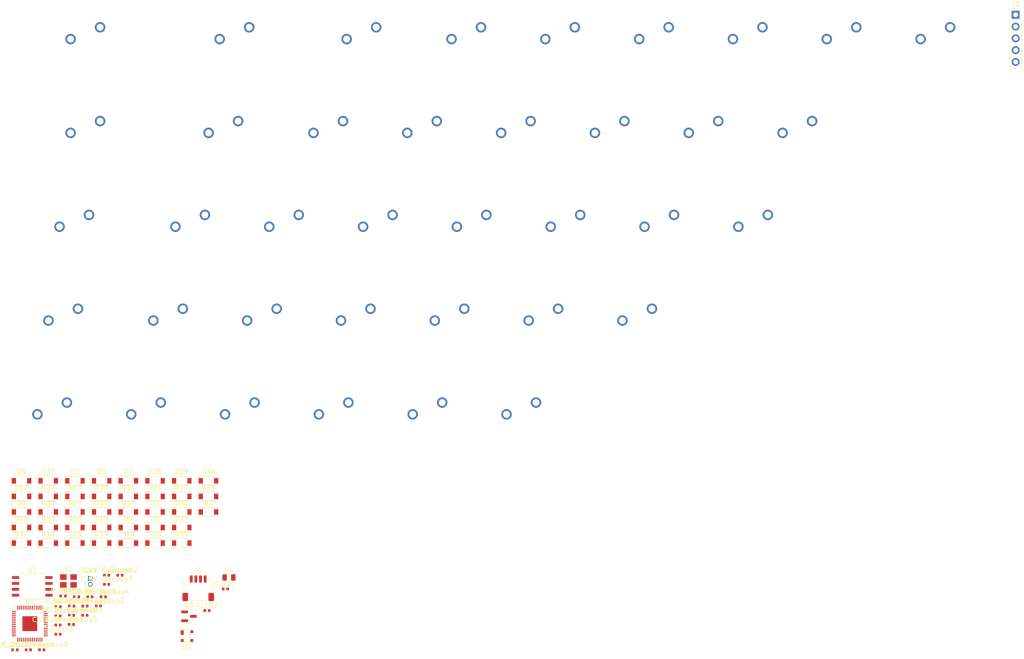
<source format=kicad_pcb>
(kicad_pcb (version 20211014) (generator pcbnew)
  (layers (0 "F.Cu" signal) (31 "B.Cu" signal) (34 "B.Paste" user) (35 "F.Paste" user) (36 "B.SilkS" user "B.Silkscreen") (37 "F.SilkS" user "F.Silkscreen") (38 "B.Mask" user) (39 "F.Mask" user) (44 "Edge.Cuts" user))
  (net 0 "")
  (net 1 "+1V1")
  (net 2 "GND")
  (net 3 "+3V3")
  (net 4 "XTAL_IN")
  (net 5 "Net-(C_Crystal2-Pad2)")
  (net 6 "+5V")
  (net 7 "row0")
  (net 8 "Net-(D1-Pad2)")
  (net 9 "row1")
  (net 10 "Net-(D2-Pad2)")
  (net 11 "row2")
  (net 12 "Net-(D3-Pad2)")
  (net 13 "row3")
  (net 14 "Net-(D4-Pad2)")
  (net 15 "Net-(D5-Pad2)")
  (net 16 "Net-(D6-Pad2)")
  (net 17 "Net-(D7-Pad2)")
  (net 18 "Net-(D8-Pad2)")
  (net 19 "Net-(D9-Pad2)")
  (net 20 "Net-(D10-Pad2)")
  (net 21 "Net-(D11-Pad2)")
  (net 22 "Net-(D12-Pad2)")
  (net 23 "Net-(D13-Pad2)")
  (net 24 "Net-(D14-Pad2)")
  (net 25 "Net-(D15-Pad2)")
  (net 26 "Net-(D16-Pad2)")
  (net 27 "Net-(D17-Pad2)")
  (net 28 "Net-(D18-Pad2)")
  (net 29 "Net-(D19-Pad2)")
  (net 30 "Net-(D20-Pad2)")
  (net 31 "Net-(D21-Pad2)")
  (net 32 "Net-(D22-Pad2)")
  (net 33 "Net-(D23-Pad2)")
  (net 34 "Net-(D24-Pad2)")
  (net 35 "Net-(D25-Pad2)")
  (net 36 "Net-(D26-Pad2)")
  (net 37 "Net-(D27-Pad2)")
  (net 38 "Net-(D28-Pad2)")
  (net 39 "Net-(D29-Pad2)")
  (net 40 "Net-(D30-Pad2)")
  (net 41 "Net-(D31-Pad2)")
  (net 42 "Net-(D32-Pad2)")
  (net 43 "Net-(D33-Pad2)")
  (net 44 "Net-(D34-Pad2)")
  (net 45 "Net-(D35-Pad2)")
  (net 46 "Net-(D36-Pad2)")
  (net 47 "Net-(D37-Pad2)")
  (net 48 "Net-(D38-Pad2)")
  (net 49 "VCC")
  (net 50 "D-")
  (net 51 "D+")
  (net 52 "RESET")
  (net 53 "SWDIO")
  (net 54 "SWCLK")
  (net 55 "col0")
  (net 56 "col1")
  (net 57 "col2")
  (net 58 "col3")
  (net 59 "col4")
  (net 60 "col5")
  (net 61 "col6")
  (net 62 "col7")
  (net 63 "col8")
  (net 64 "col9")
  (net 65 "XTAL_OUT")
  (net 66 "Net-(R_DATA1-Pad2)")
  (net 67 "Net-(R_DATA2-Pad2)")
  (net 68 "Net-(R_Flash1-Pad1)")
  (net 69 "CS")
  (net 86 "SD3")
  (net 87 "QSPI_CLK")
  (net 88 "SD0")
  (net 89 "SD2")
  (net 90 "SD1")
  (footprint "MX_Only:MXOnly-1.5U-NoLED" (layer "F.Cu") (at 52.0975 90.065)
    (fp_text reference "MX35")
    (fp_text value "MX-NoLED")
    (pad "" np_thru_hole circle locked (at 5.08 0 48.0996) (size 1.75 1.75) (drill 1.75) (layers *.Cu *.Mask))
    (pad "" np_thru_hole circle locked (at -5.08 0 48.0996) (size 1.75 1.75) (drill 1.75) (layers *.Cu *.Mask))
    (pad "" np_thru_hole circle locked (at 0 0) (size 3.9878 3.9878) (drill 3.9878) (layers *.Cu *.Mask))
    (pad "1" thru_hole circle locked (at -3.81 -2.54) (size 2.25 2.25) (drill 1.47) (layers *.Cu "B.Mask") (net 64 "col9"))
    (pad "2" thru_hole circle locked (at 2.54 -5.08) (size 2.25 2.25) (drill 1.47) (layers *.Cu "B.Mask") (net 45 "Net-(D35-Pad2)"))
  )
  (footprint "Capacitor_SMD:C_0402_1005Metric" (layer "F.Cu") (at 53.78 169.2)
    (fp_text reference "C_1V-Decoup2" (at 0 -1.16) (layer "F.SilkS"))
    (fp_text value ".1u")
    (pad "1" smd roundrect (at -0.48 0) (size 0.56 0.62) (layers "F.Cu" "F.Paste" "F.Mask") (net 1 "+1V1"))
    (pad "2" smd roundrect (at 0.48 0) (size 0.56 0.62) (layers "F.Cu" "F.Paste" "F.Mask") (net 2 "GND"))
  )
  (footprint "MX_Only:MXOnly-1U-NoLED" (layer "F.Cu") (at 176.895 49.665)
    (fp_text reference "MX1")
    (fp_text value "MX-NoLED")
    (pad "" np_thru_hole circle locked (at 0 0) (size 3.9878 3.9878) (drill 3.9878) (layers *.Cu *.Mask))
    (pad "" np_thru_hole circle locked (at -5.08 0 48.0996) (size 1.75 1.75) (drill 1.75) (layers *.Cu *.Mask))
    (pad "" np_thru_hole circle locked (at 5.08 0 48.0996) (size 1.75 1.75) (drill 1.75) (layers *.Cu *.Mask))
    (pad "1" thru_hole circle locked (at -3.81 -2.54) (size 2.25 2.25) (drill 1.47) (layers *.Cu "B.Mask") (net 55 "col0"))
    (pad "2" thru_hole circle locked (at 2.54 -5.08) (size 2.25 2.25) (drill 1.47) (layers *.Cu "B.Mask") (net 8 "Net-(D1-Pad2)"))
  )
  (footprint "Diode_SMD:D_SOD-123" (layer "F.Cu") (at 40.11 148.94)
    (fp_text reference "D6" (at 0 -2) (layer "F.SilkS"))
    (fp_text value "D_Small")
    (pad "1" smd rect (at -1.65 0) (size 0.9 1.2) (layers "F.Cu" "F.Paste" "F.Mask") (net 9 "row1"))
    (pad "2" smd rect (at 1.65 0) (size 0.9 1.2) (layers "F.Cu" "F.Paste" "F.Mask") (net 16 "Net-(D6-Pad2)"))
  )
  (footprint "Diode_SMD:D_SOD-123" (layer "F.Cu") (at 63.11 148.94)
    (fp_text reference "D14" (at 0 -2) (layer "F.SilkS"))
    (fp_text value "D_Small")
    (pad "1" smd rect (at -1.65 0) (size 0.9 1.2) (layers "F.Cu" "F.Paste" "F.Mask") (net 9 "row1"))
    (pad "2" smd rect (at 1.65 0) (size 0.9 1.2) (layers "F.Cu" "F.Paste" "F.Mask") (net 24 "Net-(D14-Pad2)"))
  )
  (footprint "Capacitor_SMD:C_0402_1005Metric" (layer "F.Cu") (at 53.74 171.19)
    (fp_text reference "C_Crystal1" (at 0 -1.16) (layer "F.SilkS"))
    (fp_text value "22pF")
    (pad "1" smd roundrect (at -0.48 0) (size 0.56 0.62) (layers "F.Cu" "F.Paste" "F.Mask") (net 2 "GND"))
    (pad "2" smd roundrect (at 0.48 0) (size 0.56 0.62) (layers "F.Cu" "F.Paste" "F.Mask") (net 4 "XTAL_IN"))
  )
  (footprint "MX_Only:MXOnly-1U-NoLED" (layer "F.Cu") (at 107.935 130.465)
    (fp_text reference "MX22")
    (fp_text value "MX-NoLED")
    (pad "" np_thru_hole circle locked (at -5.08 0 48.0996) (size 1.75 1.75) (drill 1.75) (layers *.Cu *.Mask))
    (pad "" np_thru_hole circle locked (at 5.08 0 48.0996) (size 1.75 1.75) (drill 1.75) (layers *.Cu *.Mask))
    (pad "" np_thru_hole circle locked (at 0 0) (size 3.9878 3.9878) (drill 3.9878) (layers *.Cu *.Mask))
    (pad "1" thru_hole circle locked (at -3.81 -2.54) (size 2.25 2.25) (drill 1.47) (layers *.Cu "B.Mask") (net 60 "col5"))
    (pad "2" thru_hole circle locked (at 2.54 -5.08) (size 2.25 2.25) (drill 1.47) (layers *.Cu "B.Mask") (net 32 "Net-(D22-Pad2)"))
  )
  (footprint "Diode_SMD:D_SOD-123" (layer "F.Cu") (at 40.11 155.64)
    (fp_text reference "D37" (at 0 -2) (layer "F.SilkS"))
    (fp_text value "D_Small")
    (pad "1" smd rect (at -1.65 0) (size 0.9 1.2) (layers "F.Cu" "F.Paste" "F.Mask") (net 11 "row2"))
    (pad "2" smd rect (at 1.65 0) (size 0.9 1.2) (layers "F.Cu" "F.Paste" "F.Mask") (net 47 "Net-(D37-Pad2)"))
  )
  (footprint "Resistor_SMD:R_0402_1005Metric" (layer "F.Cu") (at 50.89 169.21)
    (fp_text reference "R_Crystal1" (at 0 -1.17) (layer "F.SilkS"))
    (fp_text value "1k")
    (pad "1" smd roundrect (at -0.51 0) (size 0.54 0.64) (layers "F.Cu" "F.Paste" "F.Mask") (net 5 "Net-(C_Crystal2-Pad2)"))
    (pad "2" smd roundrect (at 0.51 0) (size 0.54 0.64) (layers "F.Cu" "F.Paste" "F.Mask") (net 65 "XTAL_OUT"))
  )
  (footprint "MX_Only:MXOnly-1U-NoLED" (layer "F.Cu") (at 77.055 90.065)
    (fp_text reference "MX17")
    (fp_text value "MX-NoLED")
    (pad "" np_thru_hole circle locked (at 0 0) (size 3.9878 3.9878) (drill 3.9878) (layers *.Cu *.Mask))
    (pad "" np_thru_hole circle locked (at 5.08 0 48.0996) (size 1.75 1.75) (drill 1.75) (layers *.Cu *.Mask))
    (pad "" np_thru_hole circle locked (at -5.08 0 48.0996) (size 1.75 1.75) (drill 1.75) (layers *.Cu *.Mask))
    (pad "1" thru_hole circle locked (at -3.81 -2.54) (size 2.25 2.25) (drill 1.47) (layers *.Cu "B.Mask") (net 59 "col4"))
    (pad "2" thru_hole circle locked (at 2.54 -5.08) (size 2.25 2.25) (drill 1.47) (layers *.Cu "B.Mask") (net 27 "Net-(D17-Pad2)"))
  )
  (footprint "MX_Only:MXOnly-1.25U-NoLED" (layer "F.Cu") (at 49.71625 110.265)
    (fp_text reference "MX2")
    (fp_text value "MX-NoLED")
    (pad "" np_thru_hole circle locked (at 0 0) (size 3.9878 3.9878) (drill 3.9878) (layers *.Cu *.Mask))
    (pad "" np_thru_hole circle locked (at 5.08 0 48.0996) (size 1.75 1.75) (drill 1.75) (layers *.Cu *.Mask))
    (pad "" np_thru_hole circle locked (at -5.08 0 48.0996) (size 1.75 1.75) (drill 1.75) (layers *.Cu *.Mask))
    (pad "1" thru_hole circle locked (at -3.81 -2.54) (size 2.25 2.25) (drill 1.47) (layers *.Cu "B.Mask") (net 55 "col0"))
    (pad "2" thru_hole circle locked (at 2.54 -5.08) (size 2.25 2.25) (drill 1.47) (layers *.Cu "B.Mask") (net 10 "Net-(D2-Pad2)"))
  )
  (footprint "MX_Only:MXOnly-1U-NoLED" (layer "F.Cu") (at 97.255 90.065)
    (fp_text reference "MX11")
    (fp_text value "MX-NoLED")
    (pad "" np_thru_hole circle locked (at 5.08 0 48.0996) (size 1.75 1.75) (drill 1.75) (layers *.Cu *.Mask))
    (pad "" np_thru_hole circle locked (at -5.08 0 48.0996) (size 1.75 1.75) (drill 1.75) (layers *.Cu *.Mask))
    (pad "" np_thru_hole circle locked (at 0 0) (size 3.9878 3.9878) (drill 3.9878) (layers *.Cu *.Mask))
    (pad "1" thru_hole circle locked (at -3.81 -2.54) (size 2.25 2.25) (drill 1.47) (layers *.Cu "B.Mask") (net 57 "col2"))
    (pad "2" thru_hole circle locked (at 2.54 -5.08) (size 2.25 2.25) (drill 1.47) (layers *.Cu "B.Mask") (net 21 "Net-(D11-Pad2)"))
  )
  (footprint "MX_Only:MXOnly-1U-NoLED" (layer "F.Cu") (at 47.335 130.465)
    (fp_text reference "MX10")
    (fp_text value "MX-NoLED")
    (pad "" np_thru_hole circle locked (at 0 0) (size 3.9878 3.9878) (drill 3.9878) (layers *.Cu *.Mask))
    (pad "" np_thru_hole circle locked (at -5.08 0 48.0996) (size 1.75 1.75) (drill 1.75) (layers *.Cu *.Mask))
    (pad "" np_thru_hole circle locked (at 5.08 0 48.0996) (size 1.75 1.75) (drill 1.75) (layers *.Cu *.Mask))
    (pad "1" thru_hole circle locked (at -3.81 -2.54) (size 2.25 2.25) (drill 1.47) (layers *.Cu "B.Mask") (net 57 "col2"))
    (pad "2" thru_hole circle locked (at 2.54 -5.08) (size 2.25 2.25) (drill 1.47) (layers *.Cu "B.Mask") (net 20 "Net-(D10-Pad2)"))
  )
  (footprint "MX_Only:MXOnly-1U-NoLED" (layer "F.Cu") (at 137.655 90.065)
    (fp_text reference "MX18")
    (fp_text value "MX-NoLED")
    (pad "" np_thru_hole circle locked (at -5.08 0 48.0996) (size 1.75 1.75) (drill 1.75) (layers *.Cu *.Mask))
    (pad "" np_thru_hole circle locked (at 0 0) (size 3.9878 3.9878) (drill 3.9878) (layers *.Cu *.Mask))
    (pad "" np_thru_hole circle locked (at 5.08 0 48.0996) (size 1.75 1.75) (drill 1.75) (layers *.Cu *.Mask))
    (pad "1" thru_hole circle locked (at -3.81 -2.54) (size 2.25 2.25) (drill 1.47) (layers *.Cu "B.Mask") (net 59 "col4"))
    (pad "2" thru_hole circle locked (at 2.54 -5.08) (size 2.25 2.25) (drill 1.47) (layers *.Cu "B.Mask") (net 28 "Net-(D18-Pad2)"))
  )
  (footprint "Diode_SMD:D_SOD-123" (layer "F.Cu") (at 74.61 145.59)
    (fp_text reference "D17" (at 0 -2) (layer "F.SilkS"))
    (fp_text value "D_Small")
    (pad "1" smd rect (at -1.65 0) (size 0.9 1.2) (layers "F.Cu" "F.Paste" "F.Mask") (net 9 "row1"))
    (pad "2" smd rect (at 1.65 0) (size 0.9 1.2) (layers "F.Cu" "F.Paste" "F.Mask") (net 27 "Net-(D17-Pad2)"))
  )
  (footprint "MX_Only:MXOnly-1U-NoLED" (layer "F.Cu") (at 106.775 69.865)
    (fp_text reference "MX30")
    (fp_text value "MX-NoLED")
    (pad "" np_thru_hole circle locked (at 5.08 0 48.0996) (size 1.75 1.75) (drill 1.75) (layers *.Cu *.Mask))
    (pad "" np_thru_hole circle locked (at 0 0) (size 3.9878 3.9878) (drill 3.9878) (layers *.Cu *.Mask))
    (pad "" np_thru_hole circle locked (at -5.08 0 48.0996) (size 1.75 1.75) (drill 1.75) (layers *.Cu *.Mask))
    (pad "1" thru_hole circle locked (at -3.81 -2.54) (size 2.25 2.25) (drill 1.47) (layers *.Cu "B.Mask") (net 62 "col7"))
    (pad "2" thru_hole circle locked (at 2.54 -5.08) (size 2.25 2.25) (drill 1.47) (layers *.Cu "B.Mask") (net 40 "Net-(D30-Pad2)"))
  )
  (footprint "Resistor_SMD:R_0402_1005Metric" (layer "F.Cu") (at 51.95 167.22)
    (fp_text reference "R_Flash1" (at 0 -1.17) (layer "F.SilkS"))
    (fp_text value "1k")
    (pad "1" smd roundrect (at -0.51 0) (size 0.54 0.64) (layers "F.Cu" "F.Paste" "F.Mask") (net 68 "Net-(R_Flash1-Pad1)"))
    (pad "2" smd roundrect (at 0.51 0) (size 0.54 0.64) (layers "F.Cu" "F.Paste" "F.Mask") (net 69 "CS"))
  )
  (footprint "Connector_PinHeader_1.27mm:PinHeader_1x02_P1.27mm_Vertical" (layer "F.Cu") (at 54.91 163.25)
    (fp_text reference "SW1" (at 0 -1.695) (layer "F.SilkS"))
    (fp_text value "Reset")
    (pad "1" thru_hole rect (at 0 0) (size 1 1) (drill 0.65) (layers *.Cu *.Mask) (net 2 "GND"))
    (pad "2" thru_hole oval (at 0 1.27) (size 1 1) (drill 0.65) (layers *.Cu *.Mask) (net 68 "Net-(R_Flash1-Pad1)"))
  )
  (footprint "Diode_SMD:D_SOD-123" (layer "F.Cu") (at 68.86 152.29)
    (fp_text reference "D8" (at 0 -2) (layer "F.SilkS"))
    (fp_text value "D_Small")
    (pad "1" smd rect (at -1.65 0) (size 0.9 1.2) (layers "F.Cu" "F.Paste" "F.Mask") (net 13 "row3"))
    (pad "2" smd rect (at 1.65 0) (size 0.9 1.2) (layers "F.Cu" "F.Paste" "F.Mask") (net 18 "Net-(D8-Pad2)"))
  )
  (footprint "Diode_SMD:D_SOD-123" (layer "F.Cu") (at 68.86 155.64)
    (fp_text reference "D20" (at 0 -2) (layer "F.SilkS"))
    (fp_text value "D_Small")
    (pad "1" smd rect (at -1.65 0) (size 0.9 1.2) (layers "F.Cu" "F.Paste" "F.Mask") (net 7 "row0"))
    (pad "2" smd rect (at 1.65 0) (size 0.9 1.2) (layers "F.Cu" "F.Paste" "F.Mask") (net 30 "Net-(D20-Pad2)"))
  )
  (footprint "Diode_SMD:D_SOD-123" (layer "F.Cu") (at 57.36 152.29)
    (fp_text reference "D15" (at 0 -2) (layer "F.SilkS"))
    (fp_text value "D_Small")
    (pad "1" smd rect (at -1.65 0) (size 0.9 1.2) (layers "F.Cu" "F.Paste" "F.Mask") (net 11 "row2"))
    (pad "2" smd rect (at 1.65 0) (size 0.9 1.2) (layers "F.Cu" "F.Paste" "F.Mask") (net 25 "Net-(D15-Pad2)"))
  )
  (footprint "MX_Only:MXOnly-1.25U-NoLED" (layer "F.Cu") (at 113.91625 49.665)
    (fp_text reference "MX12")
    (fp_text value "MX-NoLED")
    (pad "" np_thru_hole circle locked (at 0 0) (size 3.9878 3.9878) (drill 3.9878) (layers *.Cu *.Mask))
    (pad "" np_thru_hole circle locked (at -5.08 0 48.0996) (size 1.75 1.75) (drill 1.75) (layers *.Cu *.Mask))
    (pad "" np_thru_hole circle locked (at 5.08 0 48.0996) (size 1.75 1.75) (drill 1.75) (layers *.Cu *.Mask))
    (pad "1" thru_hole circle locked (at -3.81 -2.54) (size 2.25 2.25) (drill 1.47) (layers *.Cu "B.Mask") (net 57 "col2"))
    (pad "2" thru_hole circle locked (at 2.54 -5.08) (size 2.25 2.25) (drill 1.47) (layers *.Cu "B.Mask") (net 22 "Net-(D12-Pad2)"))
  )
  (footprint "Diode_SMD:D_SOD-123" (layer "F.Cu") (at 45.86 142.24)
    (fp_text reference "D31" (at 0 -2) (layer "F.SilkS"))
    (fp_text value "D_Small")
    (pad "1" smd rect (at -1.65 0) (size 0.9 1.2) (layers "F.Cu" "F.Paste" "F.Mask") (net 7 "row0"))
    (pad "2" smd rect (at 1.65 0) (size 0.9 1.2) (layers "F.Cu" "F.Paste" "F.Mask") (net 41 "Net-(D31-Pad2)"))
  )
  (footprint "Capacitor_SMD:C_0402_1005Metric" (layer "F.Cu") (at 56.65 169.18)
    (fp_text reference "C_3V-Decoup2" (at 0 -1.16) (layer "F.SilkS"))
    (fp_text value "1u")
    (pad "1" smd roundrect (at -0.48 0) (size 0.56 0.62) (layers "F.Cu" "F.Paste" "F.Mask") (net 3 "+3V3"))
    (pad "2" smd roundrect (at 0.48 0) (size 0.56 0.62) (layers "F.Cu" "F.Paste" "F.Mask") (net 2 "GND"))
  )
  (footprint "MX_Only:MXOnly-1.25U-NoLED" (layer "F.Cu") (at 84.19625 69.865)
    (fp_text reference "MX4")
    (fp_text value "MX-NoLED")
    (pad "" np_thru_hole circle locked (at 0 0) (size 3.9878 3.9878) (drill 3.9878) (layers *.Cu *.Mask))
    (pad "" np_thru_hole circle locked (at 5.08 0 48.0996) (size 1.75 1.75) (drill 1.75) (layers *.Cu *.Mask))
    (pad "" np_thru_hole circle locked (at -5.08 0 48.0996) (size 1.75 1.75) (drill 1.75) (layers *.Cu *.Mask))
    (pad "1" thru_hole circle locked (at -3.81 -2.54) (size 2.25 2.25) (drill 1.47) (layers *.Cu "B.Mask") (net 55 "col0"))
    (pad "2" thru_hole circle locked (at 2.54 -5.08) (size 2.25 2.25) (drill 1.47) (layers *.Cu "B.Mask") (net 14 "Net-(D4-Pad2)"))
  )
  (footprint "Diode_SMD:D_SOD-123" (layer "F.Cu") (at 51.61 145.59)
    (fp_text reference "D13" (at 0 -2) (layer "F.SilkS"))
    (fp_text value "D_Small")
    (pad "1" smd rect (at -1.65 0) (size 0.9 1.2) (layers "F.Cu" "F.Paste" "F.Mask") (net 7 "row0"))
    (pad "2" smd rect (at 1.65 0) (size 0.9 1.2) (layers "F.Cu" "F.Paste" "F.Mask") (net 23 "Net-(D13-Pad2)"))
  )
  (footprint "Diode_SMD:D_SOD-123" (layer "F.Cu") (at 45.86 152.29)
    (fp_text reference "D23" (at 0 -2) (layer "F.SilkS"))
    (fp_text value "D_Small")
    (pad "1" smd rect (at -1.65 0) (size 0.9 1.2) (layers "F.Cu" "F.Paste" "F.Mask") (net 13 "row3"))
    (pad "2" smd rect (at 1.65 0) (size 0.9 1.2) (layers "F.Cu" "F.Paste" "F.Mask") (net 33 "Net-(D23-Pad2)"))
  )
  (footprint "MX_Only:MXOnly-1U-NoLED" (layer "F.Cu") (at 136.495 49.665)
    (fp_text reference "MX33")
    (fp_text value "MX-NoLED")
    (pad "" np_thru_hole circle locked (at 0 0) (size 3.9878 3.9878) (drill 3.9878) (layers *.Cu *.Mask))
    (pad "" np_thru_hole circle locked (at 5.08 0 48.0996) (size 1.75 1.75) (drill 1.75) (layers *.Cu *.Mask))
    (pad "" np_thru_hole circle locked (at -5.08 0 48.0996) (size 1.75 1.75) (drill 1.75) (layers *.Cu *.Mask))
    (pad "1" thru_hole circle locked (at -3.81 -2.54) (size 2.25 2.25) (drill 1.47) (layers *.Cu "B.Mask") (net 63 "col8"))
    (pad "2" thru_hole circle locked (at 2.54 -5.08) (size 2.25 2.25) (drill 1.47) (layers *.Cu "B.Mask") (net 43 "Net-(D33-Pad2)"))
  )
  (footprint "Capacitor_SMD:C_0402_1005Metric" (layer "F.Cu") (at 47.96 171.32)
    (fp_text reference "C_3V-Decoup7" (at 0 -1.16) (layer "F.SilkS"))
    (fp_text value ".1u")
    (pad "1" smd roundrect (at -0.48 0) (size 0.56 0.62) (layers "F.Cu" "F.Paste" "F.Mask") (net 3 "+3V3"))
    (pad "2" smd roundrect (at 0.48 0) (size 0.56 0.62) (layers "F.Cu" "F.Paste" "F.Mask") (net 2 "GND"))
  )
  (footprint "Diode_SMD:D_SOD-123" (layer "F.Cu") (at 74.61 148.94)
    (fp_text reference "D32" (at 0 -2) (layer "F.SilkS"))
    (fp_text value "D_Small")
    (pad "1" smd rect (at -1.65 0) (size 0.9 1.2) (layers "F.Cu" "F.Paste" "F.Mask") (net 9 "row1"))
    (pad "2" smd rect (at 1.65 0) (size 0.9 1.2) (layers "F.Cu" "F.Paste" "F.Mask") (net 42 "Net-(D32-Pad2)"))
  )
  (footprint "Diode_SMD:D_SOD-123" (layer "F.Cu") (at 40.11 142.24)
    (fp_text reference "D4" (at 0 -2) (layer "F.SilkS"))
    (fp_text value "D_Small")
    (pad "1" smd rect (at -1.65 0) (size 0.9 1.2) (layers "F.Cu" "F.Paste" "F.Mask") (net 13 "row3"))
    (pad "2" smd rect (at 1.65 0) (size 0.9 1.2) (layers "F.Cu" "F.Paste" "F.Mask") (net 14 "Net-(D4-Pad2)"))
  )
  (footprint "MX_Only:MXOnly-1U-NoLED" (layer "F.Cu") (at 198.255 90.065)
    (fp_text reference "MX13")
    (fp_text value "MX-NoLED")
    (pad "" np_thru_hole circle locked (at 0 0) (size 3.9878 3.9878) (drill 3.9878) (layers *.Cu *.Mask))
    (pad "" np_thru_hole circle locked (at -5.08 0 48.0996) (size 1.75 1.75) (drill 1.75) (layers *.Cu *.Mask))
    (pad "" np_thru_hole circle locked (at 5.08 0 48.0996) (size 1.75 1.75) (drill 1.75) (layers *.Cu *.Mask))
    (pad "1" thru_hole circle locked (at -3.81 -2.54) (size 2.25 2.25) (drill 1.47) (layers *.Cu "B.Mask") (net 58 "col3"))
    (pad "2" thru_hole circle locked (at 2.54 -5.08) (size 2.25 2.25) (drill 1.47) (layers *.Cu "B.Mask") (net 23 "Net-(D13-Pad2)"))
  )
  (footprint "Capacitor_SMD:C_0402_1005Metric" (layer "F.Cu") (at 54.84 167.21)
    (fp_text reference "C_3V-Decoup9" (at 0 -1.16) (layer "F.SilkS"))
    (fp_text value ".1u")
    (pad "1" smd roundrect (at -0.48 0) (size 0.56 0.62) (layers "F.Cu" "F.Paste" "F.Mask") (net 3 "+3V3"))
    (pad "2" smd roundrect (at 0.48 0) (size 0.56 0.62) (layers "F.Cu" "F.Paste" "F.Mask") (net 2 "GND"))
  )
  (footprint "Capacitor_SMD:C_0402_1005Metric" (layer "F.Cu") (at 57.71 167.21)
    (fp_text reference "C_3V-Decoup4" (at 0 -1.16) (layer "F.SilkS"))
    (fp_text value ".1u")
    (pad "1" smd roundrect (at -0.48 0) (size 0.56 0.62) (layers "F.Cu" "F.Paste" "F.Mask") (net 3 "+3V3"))
    (pad "2" smd roundrect (at 0.48 0) (size 0.56 0.62) (layers "F.Cu" "F.Paste" "F.Mask") (net 2 "GND"))
  )
  (footprint "Diode_SMD:D_SOD-123" (layer "F.Cu") (at 68.86 142.24)
    (fp_text reference "D26" (at 0 -2) (layer "F.SilkS"))
    (fp_text value "D_Small")
    (pad "1" smd rect (at -1.65 0) (size 0.9 1.2) (layers "F.Cu" "F.Paste" "F.Mask") (net 11 "row2"))
    (pad "2" smd rect (at 1.65 0) (size 0.9 1.2) (layers "F.Cu" "F.Paste" "F.Mask") (net 36 "Net-(D26-Pad2)"))
  )
  (footprint "MX_Only:MXOnly-1U-NoLED" (layer "F.Cu") (at 153.095 110.265)
    (fp_text reference "MX29")
    (fp_text value "MX-NoLED")
    (pad "" np_thru_hole circle locked (at 5.08 0 48.0996) (size 1.75 1.75) (drill 1.75) (layers *.Cu *.Mask))
    (pad "" np_thru_hole circle locked (at -5.08 0 48.0996) (size 1.75 1.75) (drill 1.75) (layers *.Cu *.Mask))
    (pad "" np_thru_hole circle locked (at 0 0) (size 3.9878 3.9878) (drill 3.9878) (layers *.Cu *.Mask))
    (pad "1" thru_hole circle locked (at -3.81 -2.54) (size 2.25 2.25) (drill 1.47) (layers *.Cu "B.Mask") (net 62 "col7"))
    (pad "2" thru_hole circle locked (at 2.54 -5.08) (size 2.25 2.25) (drill 1.47) (layers *.Cu "B.Mask") (net 39 "Net-(D29-Pad2)"))
  )
  (footprint "Diode_SMD:D_SOD-123" (layer "F.Cu") (at 40.11 152.29)
    (fp_text reference "D28" (at 0 -2) (layer "F.SilkS"))
    (fp_text value "D_Small")
    (pad "1" smd rect (at -1.65 0) (size 0.9 1.2) (layers "F.Cu" "F.Paste" "F.Mask") (net 9 "row1"))
    (pad "2" smd rect (at 1.65 0) (size 0.9 1.2) (layers "F.Cu" "F.Paste" "F.Mask") (net 38 "Net-(D28-Pad2)"))
  )
  (footprint "MX_Only:MXOnly-1U-NoLED" (layer "F.Cu") (at 126.975 69.865)
    (fp_text reference "MX15")
    (fp_text value "MX-NoLED")
    (pad "" np_thru_hole circle locked (at 5.08 0 48.0996) (size 1.75 1.75) (drill 1.75) (layers *.Cu *.Mask))
    (pad "" np_thru_hole circle locked (at -5.08 0 48.0996) (size 1.75 1.75) (drill 1.75) (layers *.Cu *.Mask))
    (pad "" np_thru_hole circle locked (at 0 0) (size 3.9878 3.9878) (drill 3.9878) (layers *.Cu *.Mask))
    (pad "1" thru_hole circle locked (at -3.81 -2.54) (size 2.25 2.25) (drill 1.47) (layers *.Cu "B.Mask") (net 58 "col3"))
    (pad "2" thru_hole circle locked (at 2.54 -5.08) (size 2.25 2.25) (drill 1.47) (layers *.Cu "B.Mask") (net 25 "Net-(D15-Pad2)"))
  )
  (footprint "Resistor_SMD:R_0402_1005Metric" (layer "F.Cu") (at 38.69 178.63)
    (fp_text reference "R_DATA1" (at 0 -1.17) (layer "F.SilkS"))
    (fp_text value "27")
    (pad "1" smd roundrect (at -0.51 0) (size 0.54 0.64) (layers "F.Cu" "F.Paste" "F.Mask") (net 51 "D+"))
    (pad "2" smd roundrect (at 0.51 0) (size 0.54 0.64) (layers "F.Cu" "F.Paste" "F.Mask") (net 66 "Net-(R_DATA1-Pad2)"))
  )
  (footprint "MX_Only:MXOnly-1U-NoLED" (layer "F.Cu") (at 173.295 110.265)
    (fp_text reference "MX14")
    (fp_text value "MX-NoLED")
    (pad "" np_thru_hole circle locked (at -5.08 0 48.0996) (size 1.75 1.75) (drill 1.75) (layers *.Cu *.Mask))
    (pad "" np_thru_hole circle locked (at 0 0) (size 3.9878 3.9878) (drill 3.9878) (layers *.Cu *.Mask))
    (pad "" np_thru_hole circle locked (at 5.08 0 48.0996) (size 1.75 1.75) (drill 1.75) (layers *.Cu *.Mask))
    (pad "1" thru_hole circle locked (at -3.81 -2.54) (size 2.25 2.25) (drill 1.47) (layers *.Cu "B.Mask") (net 58 "col3"))
    (pad "2" thru_hole circle locked (at 2.54 -5.08) (size 2.25 2.25) (drill 1.47) (layers *.Cu "B.Mask") (net 24 "Net-(D14-Pad2)"))
  )
  (footprint "MX_Only:MXOnly-1U-NoLED" (layer "F.Cu") (at 87.735 130.465)
    (fp_text reference "MX16")
    (fp_text value "MX-NoLED")
    (pad "" np_thru_hole circle locked (at 0 0) (size 3.9878 3.9878) (drill 3.9878) (layers *.Cu *.Mask))
    (pad "" np_thru_hole circle locked (at -5.08 0 48.0996) (size 1.75 1.75) (drill 1.75) (layers *.Cu *.Mask))
    (pad "" np_thru_hole circle locked (at 5.08 0 48.0996) (size 1.75 1.75) (drill 1.75) (layers *.Cu *.Mask))
    (pad "1" thru_hole circle locked (at -3.81 -2.54) (size 2.25 2.25) (drill 1.47) (layers *.Cu "B.Mask") (net 59 "col4"))
    (pad "2" thru_hole circle locked (at 2.54 -5.08) (size 2.25 2.25) (drill 1.47) (layers *.Cu "B.Mask") (net 26 "Net-(D16-Pad2)"))
  )
  (footprint "MX_Only:MXOnly-1U-NoLED" (layer "F.Cu") (at 92.495 110.265)
    (fp_text reference "MX5")
    (fp_text value "MX-NoLED")
    (pad "" np_thru_hole circle locked (at -5.08 0 48.0996) (size 1.75 1.75) (drill 1.75) (layers *.Cu *.Mask))
    (pad "" np_thru_hole circle locked (at 5.08 0 48.0996) (size 1.75 1.75) (drill 1.75) (layers *.Cu *.Mask))
    (pad "" np_thru_hole circle locked (at 0 0) (size 3.9878 3.9878) (drill 3.9878) (layers *.Cu *.Mask))
    (pad "1" thru_hole circle locked (at -3.81 -2.54) (size 2.25 2.25) (drill 1.47) (layers *.Cu "B.Mask") (net 56 "col1"))
    (pad "2" thru_hole circle locked (at 2.54 -5.08) (size 2.25 2.25) (drill 1.47) (layers *.Cu "B.Mask") (net 15 "Net-(D5-Pad2)"))
  )
  (footprint "Capacitor_SMD:C_0402_1005Metric" (layer "F.Cu") (at 50.87 171.19)
    (fp_text reference "C_3V-Decoup8" (at 0 -1.16) (layer "F.SilkS"))
    (fp_text value ".1u")
    (pad "1" smd roundrect (at -0.48 0) (size 0.56 0.62) (layers "F.Cu" "F.Paste" "F.Mask") (net 3 "+3V3"))
    (pad "2" smd roundrect (at 0.48 0) (size 0.56 0.62) (layers "F.Cu" "F.Paste" "F.Mask") (net 2 "GND"))
  )
  (footprint "MX_Only:MXOnly-1U-NoLED" (layer "F.Cu") (at 197.095 49.665)
    (fp_text reference "MX24")
    (fp_text value "MX-NoLED")
    (pad "" np_thru_hole circle locked (at 0 0) (size 3.9878 3.9878) (drill 3.9878) (layers *.Cu *.Mask))
    (pad "" np_thru_hole circle locked (at 5.08 0 48.0996) (size 1.75 1.75) (drill 1.75) (layers *.Cu *.Mask))
    (pad "" np_thru_hole circle locked (at -5.08 0 48.0996) (size 1.75 1.75) (drill 1.75) (layers *.Cu *.Mask))
    (pad "1" thru_hole circle locked (at -3.81 -2.54) (size 2.25 2.25) (drill 1.47) (layers *.Cu "B.Mask") (net 61 "col6"))
    (pad "2" thru_hole circle locked (at 2.54 -5.08) (size 2.25 2.25) (drill 1.47) (layers *.Cu "B.Mask") (net 34 "Net-(D24-Pad2)"))
  )
  (footprint "Capacitor_SMD:C_0402_1005Metric" (layer "F.Cu") (at 47.96 175.26)
    (fp_text reference "C_Flash1" (at 0 -1.16) (layer "F.SilkS"))
    (fp_text value ".1u")
    (pad "1" smd roundrect (at -0.48 0) (size 0.56 0.62) (layers "F.Cu" "F.Paste" "F.Mask") (net 3 "+3V3"))
    (pad "2" smd roundrect (at 0.48 0) (size 0.56 0.62) (layers "F.Cu" "F.Paste" "F.Mask") (net 2 "GND"))
  )
  (footprint "MX_Only:MXOnly-1U-NoLED" (layer "F.Cu") (at 148.335 130.465)
    (fp_text reference "MX21")
    (fp_text value "MX-NoLED")
    (pad "" np_thru_hole circle locked (at -5.08 0 48.0996) (size 1.75 1.75) (drill 1.75) (layers *.Cu *.Mask))
    (pad "" np_thru_hole circle locked (at 5.08 0 48.0996) (size 1.75 1.75) (drill 1.75) (layers *.Cu *.Mask))
    (pad "" np_thru_hole circle locked (at 0 0) (size 3.9878 3.9878) (drill 3.9878) (layers *.Cu *.Mask))
    (pad "1" thru_hole circle locked (at -3.81 -2.54) (size 2.25 2.25) (drill 1.47) (layers *.Cu "B.Mask") (net 60 "col5"))
    (pad "2" thru_hole circle locked (at 2.54 -5.08) (size 2.25 2.25) (drill 1.47) (layers *.Cu "B.Mask") (net 31 "Net-(D21-Pad2)"))
  )
  (footprint "MX_Only:MXOnly-1U-NoLED" (layer "F.Cu") (at 207.775 69.865)
    (fp_text reference "MX32")
    (fp_text value "MX-NoLED")
    (pad "" np_thru_hole circle locked (at -5.08 0 48.0996) (size 1.75 1.75) (drill 1.75) (layers *.Cu *.Mask))
    (pad "" np_thru_hole circle locked (at 0 0) (size 3.9878 3.9878) (drill 3.9878) (layers *.Cu *.Mask))
    (pad "" np_thru_hole circle locked (at 5.08 0 48.0996) (size 1.75 1.75) (drill 1.75) (layers *.Cu *.Mask))
    (pad "1" thru_hole circle locked (at -3.81 -2.54) (size 2.25 2.25) (drill 1.47) (layers *.Cu "B.Mask") (net 63 "col8"))
    (pad "2" thru_hole circle locked (at 2.54 -5.08) (size 2.25 2.25) (drill 1.47) (layers *.Cu "B.Mask") (net 42 "Net-(D32-Pad2)"))
  )
  (footprint "MX_Only:MXOnly-1U-NoLED" (layer "F.Cu") (at 187.575 69.865)
    (fp_text reference "MX38")
    (fp_text value "MX-NoLED")
    (pad "" np_thru_hole circle locked (at -5.08 0 48.0996) (size 1.75 1.75) (drill 1.75) (layers *.Cu *.Mask))
    (pad "" np_thru_hole circle locked (at 0 0) (size 3.9878 3.9878) (drill 3.9878) (layers *.Cu *.Mask))
    (pad "" np_thru_hole circle locked (at 5.08 0 48.0996) (size 1.75 1.75) (drill 1.75) (layers *.Cu *.Mask))
    (pad "1" thru_hole circle locked (at -3.81 -2.54) (size 2.25 2.25) (drill 1.47) (layers *.Cu "B.Mask") (net 64 "col9"))
    (pad "2" thru_hole circle locked (at 2.54 -5.08) (size 2.25 2.25) (drill 1.47) (layers *.Cu "B.Mask") (net 48 "Net-(D38-Pad2)"))
  )
  (footprint "Diode_SMD:D_SOD-123" (layer "F.Cu") (at 63.11 155.64)
    (fp_text reference "D10" (at 0 -2) (layer "F.SilkS"))
    (fp_text value "D_Small")
    (pad "1" smd rect (at -1.65 0) (size 0.9 1.2) (layers "F.Cu" "F.Paste" "F.Mask") (net 9 "row1"))
    (pad "2" smd rect (at 1.65 0) (size 0.9 1.2) (layers "F.Cu" "F.Paste" "F.Mask") (net 20 "Net-(D10-Pad2)"))
  )
  (footprint "MX_Only:MXOnly-1U-NoLED" (layer "F.Cu") (at 237.495 49.665)
    (fp_text reference "MX20")
    (fp_text value "MX-NoLED")
    (pad "" np_thru_hole circle locked (at 5.08 0 48.0996) (size 1.75 1.75) (drill 1.75) (layers *.Cu *.Mask))
    (pad "" np_thru_hole circle locked (at 0 0) (size 3.9878 3.9878) (drill 3.9878) (layers *.Cu *.Mask))
    (pad "" np_thru_hole circle locked (at -5.08 0 48.0996) (size 1.75 1.75) (drill 1.75) (layers *.Cu *.Mask))
    (pad "1" thru_hole circle locked (at -3.81 -2.54) (size 2.25 2.25) (drill 1.47) (layers *.Cu "B.Mask") (net 60 "col5"))
    (pad "2" thru_hole circle locked (at 2.54 -5.08) (size 2.25 2.25) (drill 1.47) (layers *.Cu "B.Mask") (net 30 "Net-(D20-Pad2)"))
  )
  (footprint "Diode_SMD:D_SOD-123" (layer "F.Cu") (at 74.61 155.64)
    (fp_text reference "D35" (at 0 -2) (layer "F.SilkS"))
    (fp_text value "D_Small")
    (pad "1" smd rect (at -1.65 0) (size 0.9 1.2) (layers "F.Cu" "F.Paste" "F.Mask") (net 7 "row0"))
    (pad "2" smd rect (at 1.65 0) (size 0.9 1.2) (layers "F.Cu" "F.Paste" "F.Mask") (net 45 "Net-(D35-Pad2)"))
  )
  (footprint "MX_Only:MXOnly-1U-NoLED" (layer "F.Cu") (at 112.695 110.265)
    (fp_text reference "MX8")
    (fp_text value "MX-NoLED")
    (pad "" np_thru_hole circle locked (at 0 0) (size 3.9878 3.9878) (drill 3.9878) (layers *.Cu *.Mask))
    (pad "" np_thru_hole circle locked (at -5.08 0 48.0996) (size 1.75 1.75) (drill 1.75) (layers *.Cu *.Mask))
    (pad "" np_thru_hole circle locked (at 5.08 0 48.0996) (size 1.75 1.75) (drill 1.75) (layers *.Cu *.Mask))
    (pad "1" thru_hole circle locked (at -3.81 -2.54) (size 2.25 2.25) (drill 1.47) (layers *.Cu "B.Mask") (net 56 "col1"))
    (pad "2" thru_hole circle locked (at 2.54 -5.08) (size 2.25 2.25) (drill 1.47) (layers *.Cu "B.Mask") (net 18 "Net-(D8-Pad2)"))
  )
  (footprint "MX_Only:MXOnly-1U-NoLED" (layer "F.Cu") (at 178.055 90.065)
    (fp_text reference "MX6")
    (fp_text value "MX-NoLED")
    (pad "" np_thru_hole circle locked (at -5.08 0 48.0996) (size 1.75 1.75) (drill 1.75) (layers *.Cu *.Mask))
    (pad "" np_thru_hole circle locked (at 5.08 0 48.0996) (size 1.75 1.75) (drill 1.75) (layers *.Cu *.Mask))
    (pad "" np_thru_hole circle locked (at 0 0) (size 3.9878 3.9878) (drill 3.9878) (layers *.Cu *.Mask))
    (pad "1" thru_hole circle locked (at -3.81 -2.54) (size 2.25 2.25) (drill 1.47) (layers *.Cu "B.Mask") (net 56 "col1"))
    (pad "2" thru_hole circle locked (at 2.54 -5.08) (size 2.25 2.25) (drill 1.47) (layers *.Cu "B.Mask") (net 16 "Net-(D6-Pad2)"))
  )
  (footprint "Diode_SMD:D_SOD-123" (layer "F.Cu") (at 45.86 148.94)
    (fp_text reference "D38" (at 0 -2) (layer "F.SilkS"))
    (fp_text value "D_Small")
    (pad "1" smd rect (at -1.65 0) (size 0.9 1.2) (layers "F.Cu" "F.Paste" "F.Mask") (net 13 "row3"))
    (pad "2" smd rect (at 1.65 0) (size 0.9 1.2) (layers "F.Cu" "F.Paste" "F.Mask") (net 48 "Net-(D38-Pad2)"))
  )
  (footprint "Diode_SMD:D_SOD-123" (layer "F.Cu") (at 45.86 155.64)
    (fp_text reference "D19" (at 0 -2) (layer "F.SilkS"))
    (fp_text value "D_Small")
    (pad "1" smd rect (at -1.65 0) (size 0.9 1.2) (layers "F.Cu" "F.Paste" "F.Mask") (net 13 "row3"))
    (pad "2" smd rect (at 1.65 0) (size 0.9 1.2) (layers "F.Cu" "F.Paste" "F.Mask") (net 29 "Net-(D19-Pad2)"))
  )
  (footprint "Package_TO_SOT_SMD:SOT-23" (layer "F.Cu") (at 76.16 171.41)
    (fp_text reference "U3" (at 0 -2.4) (layer "F.SilkS"))
    (fp_text value "XC6206PxxxMR")
    (pad "1" smd roundrect (at -0.9375 -0.95) (size 1.475 0.6) (layers "F.Cu" "F.Paste" "F.Mask") (net 2 "GND"))
    (pad "2" smd roundrect (at -0.9375 0.95) (size 1.475 0.6) (layers "F.Cu" "F.Paste" "F.Mask") (net 3 "+3V3"))
    (pad "3" smd roundrect (at 0.9375 0) (size 1.475 0.6) (layers "F.Cu" "F.Paste" "F.Mask") (net 6 "+5V"))
  )
  (footprint "random-keyboard-parts:SOT143B" (layer "F.Cu") (at 75.74 175.66)
    (fp_text reference "U4" (at 0 2.45) (layer "F.SilkS"))
    (fp_text value "PRTR5V0U2X")
    (pad "1" smd rect locked (at -1 -0.75 270) (size 1 0.7) (layers "F.Cu" "F.Paste" "F.Mask") (net 2 "GND"))
    (pad "2" smd rect locked (at -1 0.95 270) (size 0.6 0.7) (layers "F.Cu" "F.Paste" "F.Mask") (net 51 "D+"))
    (pad "3" smd rect locked (at 1 0.95 270) (size 0.6 0.7) (layers "F.Cu" "F.Paste" "F.Mask") (net 50 "D-"))
    (pad "4" smd rect locked (at 1 -0.95 270) (size 0.6 0.7) (layers "F.Cu" "F.Paste" "F.Mask") (net 49 "VCC"))
  )
  (footprint "MX_Only:MXOnly-1U-NoLED" (layer "F.Cu") (at 117.455 90.065)
    (fp_text reference "MX36")
    (fp_text value "MX-NoLED")
    (pad "" np_thru_hole circle locked (at 0 0) (size 3.9878 3.9878) (drill 3.9878) (layers *.Cu *.Mask))
    (pad "" np_thru_hole circle locked (at -5.08 0 48.0996) (size 1.75 1.75) (drill 1.75) (layers *.Cu *.Mask))
    (pad "" np_thru_hole circle locked (at 5.08 0 48.0996) (size 1.75 1.75) (drill 1.75) (layers *.Cu *.Mask))
    (pad "1" thru_hole circle locked (at -3.81 -2.54) (size 2.25 2.25) (drill 1.47) (layers *.Cu "B.Mask") (net 64 "col9"))
    (pad "2" thru_hole circle locked (at 2.54 -5.08) (size 2.25 2.25) (drill 1.47) (layers *.Cu "B.Mask") (net 46 "Net-(D36-Pad2)"))
  )
  (footprint "Fuse:Fuse_0805_2012Metric" (layer "F.Cu") (at 84.77 163.05)
    (fp_text reference "F1" (at 0 -1.65) (layer "F.SilkS"))
    (fp_text value "500mA")
    (pad "1" smd roundrect (at -0.9375 0) (size 0.975 1.4) (layers "F.Cu" "F.Paste" "F.Mask") (net 49 "VCC"))
    (pad "2" smd roundrect (at 0.9375 0) (size 0.975 1.4) (layers "F.Cu" "F.Paste" "F.Mask") (net 6 "+5V"))
  )
  (footprint "Diode_SMD:D_SOD-123" (layer "F.Cu") (at 51.61 155.64)
    (fp_text reference "D25" (at 0 -2) (layer "F.SilkS"))
    (fp_text value "D_Small")
    (pad "1" smd rect (at -1.65 0) (size 0.9 1.2) (layers "F.Cu" "F.Paste" "F.Mask") (net 9 "row1"))
    (pad "2" smd rect (at 1.65 0) (size 0.9 1.2) (layers "F.Cu" "F.Paste" "F.Mask") (net 35 "Net-(D25-Pad2)"))
  )
  (footprint "MX_Only:MXOnly-1U-NoLED" (layer "F.Cu") (at 128.135 130.465)
    (fp_text reference "MX37")
    (fp_text value "MX-NoLED")
    (pad "" np_thru_hole circle locked (at -5.08 0 48.0996) (size 1.75 1.75) (drill 1.75) (layers *.Cu *.Mask))
    (pad "" np_thru_hole circle locked (at 0 0) (size 3.9878 3.9878) (drill 3.9878) (layers *.Cu *.Mask))
    (pad "" np_thru_hole circle locked (at 5.08 0 48.0996) (size 1.75 1.75) (drill 1.75) (layers *.Cu *.Mask))
    (pad "1" thru_hole circle locked (at -3.81 -2.54) (size 2.25 2.25) (drill 1.47) (layers *.Cu "B.Mask") (net 64 "col9"))
    (pad "2" thru_hole circle locked (at 2.54 -5.08) (size 2.25 2.25) (drill 1.47) (layers *.Cu "B.Mask") (net 47 "Net-(D37-Pad2)"))
  )
  (footprint "Diode_SMD:D_SOD-123" (layer "F.Cu") (at 63.11 145.59)
    (fp_text reference "D11" (at 0 -2) (layer "F.SilkS"))
    (fp_text value "D_Small")
    (pad "1" smd rect (at -1.65 0) (size 0.9 1.2) (layers "F.Cu" "F.Paste" "F.Mask") (net 11 "row2"))
    (pad "2" smd rect (at 1.65 0) (size 0.9 1.2) (layers "F.Cu" "F.Paste" "F.Mask") (net 21 "Net-(D11-Pad2)"))
  )
  (footprint "Capacitor_SMD:C_0402_1005Metric" (layer "F.Cu") (at 44.45 178.62)
    (fp_text reference "C_1V-Decoup3" (at 0 -1.16) (layer "F.SilkS"))
    (fp_text value ".1u")
    (pad "1" smd roundrect (at -0.48 0) (size 0.56 0.62) (layers "F.Cu" "F.Paste" "F.Mask") (net 1 "+1V1"))
    (pad "2" smd roundrect (at 0.48 0) (size 0.56 0.62) (layers "F.Cu" "F.Paste" "F.Mask") (net 2 "GND"))
  )
  (footprint "MX_Only:MXOnly-1U-NoLED" (layer "F.Cu") (at 156.695 49.665)
    (fp_text reference "MX26")
    (fp_text value "MX-NoLED")
    (pad "" np_thru_hole circle locked (at -5.08 0 48.0996) (size 1.75 1.75) (drill 1.75) (layers *.Cu *.Mask))
    (pad "" np_thru_hole circle locked (at 5.08 0 48.0996) (size 1.75 1.75) (drill 1.75) (layers *.Cu *.Mask))
    (pad "" np_thru_hole circle locked (at 0 0) (size 3.9878 3.9878) (drill 3.9878) (layers *.Cu *.Mask))
    (pad "1" thru_hole circle locked (at -3.81 -2.54) (size 2.25 2.25) (drill 1.47) (layers *.Cu "B.Mask") (net 61 "col6"))
    (pad "2" thru_hole circle locked (at 2.54 -5.08) (size 2.25 2.25) (drill 1.47) (layers *.Cu "B.Mask") (net 36 "Net-(D26-Pad2)"))
  )
  (footprint "Diode_SMD:D_SOD-123" (layer "F.Cu") (at 74.61 142.24)
    (fp_text reference "D18" (at 0 -2) (layer "F.SilkS"))
    (fp_text value "D_Small")
    (pad "1" smd rect (at -1.65 0) (size 0.9 1.2) (layers "F.Cu" "F.Paste" "F.Mask") (net 11 "row2"))
    (pad "2" smd rect (at 1.65 0) (size 0.9 1.2) (layers "F.Cu" "F.Paste" "F.Mask") (net 28 "Net-(D18-Pad2)"))
  )
  (footprint "MX_Only:MXOnly-1U-NoLED" (layer "F.Cu") (at 167.375 69.865)
    (fp_text reference "MX9")
    (fp_text value "MX-NoLED")
    (pad "" np_thru_hole circle locked (at -5.08 0 48.0996) (size 1.75 1.75) (drill 1.75) (layers *.Cu *.Mask))
    (pad "" np_thru_hole circle locked (at 5.08 0 48.0996) (size 1.75 1.75) (drill 1.75) (layers *.Cu *.Mask))
    (pad "" np_thru_hole circle locked (at 0 0) (size 3.9878 3.9878) (drill 3.9878) (layers *.Cu *.Mask))
    (pad "1" thru_hole circle locked (at -3.81 -2.54) (size 2.25 2.25) (drill 1.47) (layers *.Cu "B.Mask") (net 57 "col2"))
    (pad "2" thru_hole circle locked (at 2.54 -5.08) (size 2.25 2.25) (drill 1.47) (layers *.Cu "B.Mask") (net 19 "Net-(D9-Pad2)"))
  )
  (footprint "Diode_SMD:D_SOD-123" (layer "F.Cu") (at 57.36 155.64)
    (fp_text reference "D34" (at 0 -2) (layer "F.SilkS"))
    (fp_text value "D_Small")
    (pad "1" smd rect (at -1.65 0) (size 0.9 1.2) (layers "F.Cu" "F.Paste" "F.Mask") (net 13 "row3"))
    (pad "2" smd rect (at 1.65 0) (size 0.9 1.2) (layers "F.Cu" "F.Paste" "F.Mask") (net 44 "Net-(D34-Pad2)"))
  )
  (footprint "MX_Only:MXOnly-1.75U-NoLED" (layer "F.Cu") (at 54.47875 49.665)
    (fp_text reference "MX19")
    (fp_text value "MX-NoLED")
    (pad "" np_thru_hole circle locked (at 0 0) (size 3.9878 3.9878) (drill 3.9878) (layers *.Cu *.Mask))
    (pad "" np_thru_hole circle locked (at 5.08 0 48.0996) (size 1.75 1.75) (drill 1.75) (layers *.Cu *.Mask))
    (pad "" np_thru_hole circle locked (at -5.08 0 48.0996) (size 1.75 1.75) (drill 1.75) (layers *.Cu *.Mask))
    (pad "1" thru_hole circle locked (at -3.81 -2.54) (size 2.25 2.25) (drill 1.47) (layers *.Cu "B.Mask") (net 59 "col4"))
    (pad "2" thru_hole circle locked (at 2.54 -5.08) (size 2.25 2.25) (drill 1.47) (layers *.Cu "B.Mask") (net 29 "Net-(D19-Pad2)"))
  )
  (footprint "Diode_SMD:D_SOD-123" (layer "F.Cu") (at 80.36 148.94)
    (fp_text reference "D2" (at 0 -2) (layer "F.SilkS"))
    (fp_text value "D_Small")
    (pad "1" smd rect (at -1.65 0) (size 0.9 1.2) (layers "F.Cu" "F.Paste" "F.Mask") (net 9 "row1"))
    (pad "2" smd rect (at 1.65 0) (size 0.9 1.2) (layers "F.Cu" "F.Paste" "F.Mask") (net 10 "Net-(D2-Pad2)"))
  )
  (footprint "MX_Only:MXOnly-1.75U-NoLED" (layer "F.Cu") (at 54.47875 69.865)
    (fp_text reference "MX23")
    (fp_text value "MX-NoLED")
    (pad "" np_thru_hole circle locked (at 5.08 0 48.0996) (size 1.75 1.75) (drill 1.75) (layers *.Cu *.Mask))
    (pad "" np_thru_hole circle locked (at 0 0) (size 3.9878 3.9878) (drill 3.9878) (layers *.Cu *.Mask))
    (pad "" np_thru_hole circle locked (at -5.08 0 48.0996) (size 1.75 1.75) (drill 1.75) (layers *.Cu *.Mask))
    (pad "1" thru_hole circle locked (at -3.81 -2.54) (size 2.25 2.25) (drill 1.47) (layers *.Cu "B.Mask") (net 60 "col5"))
    (pad "2" thru_hole circle locked (at 2.54 -5.08) (size 2.25 2.25) (drill 1.47) (layers *.Cu "B.Mask") (net 33 "Net-(D23-Pad2)"))
  )
  (footprint "Diode_SMD:D_SOD-123" (layer "F.Cu") (at 68.86 148.94)
    (fp_text reference "D3" (at 0 -2) (layer "F.SilkS"))
    (fp_text value "D_Small")
    (pad "1" smd rect (at -1.65 0) (size 0.9 1.2) (layers "F.Cu" "F.Paste" "F.Mask") (net 11 "row2"))
    (pad "2" smd rect (at 1.65 0) (size 0.9 1.2) (layers "F.Cu" "F.Paste" "F.Mask") (net 12 "Net-(D3-Pad2)"))
  )
  (footprint "Diode_SMD:D_SOD-123" (layer "F.Cu") (at 80.36 145.59)
    (fp_text reference "D29" (at 0 -2) (layer "F.SilkS"))
    (fp_text value "D_Small")
    (pad "1" smd rect (at -1.65 0) (size 0.9 1.2) (layers "F.Cu" "F.Paste" "F.Mask") (net 11 "row2"))
    (pad "2" smd rect (at 1.65 0) (size 0.9 1.2) (layers "F.Cu" "F.Paste" "F.Mask") (net 39 "Net-(D29-Pad2)"))
  )
  (footprint "Diode_SMD:D_SOD-123" (layer "F.Cu") (at 51.61 152.29)
    (fp_text reference "D16" (at 0 -2) (layer "F.SilkS"))
    (fp_text value "D_Small")
    (pad "1" smd rect (at -1.65 0) (size 0.9 1.2) (layers "F.Cu" "F.Paste" "F.Mask") (net 7 "row0"))
    (pad "2" smd rect (at 1.65 0) (size 0.9 1.2) (layers "F.Cu" "F.Paste" "F.Mask") (net 26 "Net-(D16-Pad2)"))
  )
  (footprint "Capacitor_SMD:C_0402_1005Metric" (layer "F.Cu") (at 41.58 178.62)
    (fp_text reference "C_3V-Decoup6" (at 0 -1.16) (layer "F.SilkS"))
    (fp_text value ".1u")
    (pad "1" smd roundrect (at -0.48 0) (size 0.56 0.62) (layers "F.Cu" "F.Paste" "F.Mask") (net 3 "+3V3"))
    (pad "2" smd roundrect (at 0.48 0) (size 0.56 0.62) (layers "F.Cu" "F.Paste" "F.Mask") (net 2 "GND"))
  )
  (footprint "Diode_SMD:D_SOD-123" (layer "F.Cu") (at 57.36 148.94)
    (fp_text reference "D30" (at 0 -2) (layer "F.SilkS"))
    (fp_text value "D_Small")
    (pad "1" smd rect (at -1.65 0) (size 0.9 1.2) (layers "F.Cu" "F.Paste" "F.Mask") (net 13 "row3"))
    (pad "2" smd rect (at 1.65 0) (size 0.9 1.2) (layers "F.Cu" "F.Paste" "F.Mask") (net 40 "Net-(D30-Pad2)"))
  )
  (footprint "Diode_SMD:D_SOD-123" (layer "F.Cu") (at 51.61 142.24)
    (fp_text reference "D1" (at 0 -2) (layer "F.SilkS"))
    (fp_text value "D_Small")
    (pad "1" smd rect (at -1.65 0) (size 0.9 1.2) (layers "F.Cu" "F.Paste" "F.Mask") (net 7 "row0"))
    (pad "2" smd rect (at 1.65 0) (size 0.9 1.2) (layers "F.Cu" "F.Paste" "F.Mask") (net 8 "Net-(D1-Pad2)"))
  )
  (footprint "Capacitor_SMD:C_0402_1005Metric" (layer "F.Cu") (at 47.96 173.29)
    (fp_text reference "C_3V-Decoup1" (at 0 -1.16) (layer "F.SilkS"))
    (fp_text value "10u")
    (pad "1" smd roundrect (at -0.48 0) (size 0.56 0.62) (layers "F.Cu" "F.Paste" "F.Mask") (net 3 "+3V3"))
    (pad "2" smd roundrect (at 0.48 0) (size 0.56 0.62) (layers "F.Cu" "F.Paste" "F.Mask") (net 2 "GND"))
  )
  (footprint "Capacitor_SMD:C_0402_1005Metric" (layer "F.Cu") (at 84 165.51)
    (fp_text reference "C_LD1" (at 0 -1.16) (layer "F.SilkS"))
    (fp_text value "1u")
    (pad "1" smd roundrect (at -0.48 0) (size 0.56 0.62) (layers "F.Cu" "F.Paste" "F.Mask") (net 6 "+5V"))
    (pad "2" smd roundrect (at 0.48 0) (size 0.56 0.62) (layers "F.Cu" "F.Paste" "F.Mask") (net 2 "GND"))
  )
  (footprint "MX_Only:MXOnly-1U-NoLED" (layer "F.Cu") (at 67.535 130.465)
    (fp_text reference "MX7")
    (fp_text value "MX-NoLED")
    (pad "" np_thru_hole circle locked (at 5.08 0 48.0996) (size 1.75 1.75) (drill 1.75) (layers *.Cu *.Mask))
    (pad "" np_thru_hole circle locked (at -5.08 0 48.0996) (size 1.75 1.75) (drill 1.75) (layers *.Cu *.Mask))
    (pad "" np_thru_hole circle locked (at 0 0) (size 3.9878 3.9878) (drill 3.9878) (layers *.Cu *.Mask))
    (pad "1" thru_hole circle locked (at -3.81 -2.54) (size 2.25 2.25) (drill 1.47) (layers *.Cu "B.Mask") (net 56 "col1"))
    (pad "2" thru_hole circle locked (at 2.54 -5.08) (size 2.25 2.25) (drill 1.47) (layers *.Cu "B.Mask") (net 17 "Net-(D7-Pad2)"))
  )
  (footprint "Resistor_SMD:R_0402_1005Metric" (layer "F.Cu") (at 49.04 167.02)
    (fp_text reference "R_RST1" (at 0 -1.17) (layer "F.SilkS"))
    (fp_text value "1k")
    (pad "1" smd roundrect (at -0.51 0) (size 0.54 0.64) (layers "F.Cu" "F.Paste" "F.Mask") (net 3 "+3V3"))
    (pad "2" smd roundrect (at 0.51 0) (size 0.54 0.64) (layers "F.Cu" "F.Paste" "F.Mask") (net 52 "RESET"))
  )
  (footprint "MX_Only:MXOnly-1.5U-NoLED" (layer "F.Cu") (at 86.5775 49.665)
    (fp_text reference "MX3")
    (fp_text value "MX-NoLED")
    (pad "" np_thru_hole circle locked (at 5.08 0 48.0996) (size 1.75 1.75) (drill 1.75) (layers *.Cu *.Mask))
    (pad "" np_thru_hole circle locked (at 0 0) (size 3.9878 3.9878) (drill 3.9878) (layers *.Cu *.Mask))
    (pad "" np_thru_hole circle locked (at -5.08 0 48.0996) (size 1.75 1.75) (drill 1.75) (layers *.Cu *.Mask))
    (pad "1" thru_hole circle locked (at -3.81 -2.54) (size 2.25 2.25) (drill 1.47) (layers *.Cu "B.Mask") (net 55 "col0"))
    (pad "2" thru_hole circle locked (at 2.54 -5.08) (size 2.25 2.25) (drill 1.47) (layers *.Cu "B.Mask") (net 12 "Net-(D3-Pad2)"))
  )
  (footprint "Package_SO:SOIC-8_5.23x5.23mm_P1.27mm" (layer "F.Cu") (at 42.41 164.96)
    (fp_text reference "U2" (at 0 -3.56) (layer "F.SilkS"))
    (fp_text value "W25Q128JVS")
    (pad "1" smd roundrect (at -3.6 -1.905) (size 1.6 0.6) (layers "F.Cu" "F.Paste" "F.Mask") (net 69 "CS"))
    (pad "2" smd roundrect (at -3.6 -0.635) (size 1.6 0.6) (layers "F.Cu" "F.Paste" "F.Mask") (net 90 "SD1"))
    (pad "3" smd roundrect (at -3.6 0.635) (size 1.6 0.6) (layers "F.Cu" "F.Paste" "F.Mask") (net 89 "SD2"))
    (pad "4" smd roundrect (at -3.6 1.905) (size 1.6 0.6) (layers "F.Cu" "F.Paste" "F.Mask") (net 2 "GND"))
    (pad "5" smd roundrect (at 3.6 1.905) (size 1.6 0.6) (layers "F.Cu" "F.Paste" "F.Mask") (net 88 "SD0"))
    (pad "6" smd roundrect (at 3.6 0.635) (size 1.6 0.6) (layers "F.Cu" "F.Paste" "F.Mask") (net 87 "QSPI_CLK"))
    (pad "7" smd roundrect (at 3.6 -0.635) (size 1.6 0.6) (layers "F.Cu" "F.Paste" "F.Mask") (net 86 "SD3"))
    (pad "8" smd roundrect (at 3.6 -1.905) (size 1.6 0.6) (layers "F.Cu" "F.Paste" "F.Mask") (net 3 "+3V3"))
  )
  (footprint "Diode_SMD:D_SOD-123" (layer "F.Cu") (at 57.36 145.59)
    (fp_text reference "D33" (at 0 -2) (layer "F.SilkS"))
    (fp_text value "D_Small")
    (pad "1" smd rect (at -1.65 0) (size 0.9 1.2) (layers "F.Cu" "F.Paste" "F.Mask") (net 11 "row2"))
    (pad "2" smd rect (at 1.65 0) (size 0.9 1.2) (layers "F.Cu" "F.Paste" "F.Mask") (net 43 "Net-(D33-Pad2)"))
  )
  (footprint "Diode_SMD:D_SOD-123" (layer "F.Cu") (at 80.36 142.24)
    (fp_text reference "D36" (at 0 -2) (layer "F.SilkS"))
    (fp_text value "D_Small")
    (pad "1" smd rect (at -1.65 0) (size 0.9 1.2) (layers "F.Cu" "F.Paste" "F.Mask") (net 9 "row1"))
    (pad "2" smd rect (at 1.65 0) (size 0.9 1.2) (layers "F.Cu" "F.Paste" "F.Mask") (net 46 "Net-(D36-Pad2)"))
  )
  (footprint "Diode_SMD:D_SOD-123" (layer "F.Cu") (at 63.11 142.24)
    (fp_text reference "D7" (at 0 -2) (layer "F.SilkS"))
    (fp_text value "D_Small")
    (pad "1" smd rect (at -1.65 0) (size 0.9 1.2) (layers "F.Cu" "F.Paste" "F.Mask") (net 11 "row2"))
    (pad "2" smd rect (at 1.65 0) (size 0.9 1.2) (layers "F.Cu" "F.Paste" "F.Mask") (net 17 "Net-(D7-Pad2)"))
  )
  (footprint "Diode_SMD:D_SOD-123" (layer "F.Cu") (at 40.11 145.59)
    (fp_text reference "D12" (at 0 -2) (layer "F.SilkS"))
    (fp_text value "D_Small")
    (pad "1" smd rect (at -1.65 0) (size 0.9 1.2) (layers "F.Cu" "F.Paste" "F.Mask") (net 13 "row3"))
    (pad "2" smd rect (at 1.65 0) (size 0.9 1.2) (layers "F.Cu" "F.Paste" "F.Mask") (net 22 "Net-(D12-Pad2)"))
  )
  (footprint "Capacitor_SMD:C_0402_1005Metric" (layer "F.Cu") (at 58.42 162.56)
    (fp_text reference "C_1V-Decoup1" (at 0 -1.16) (layer "F.SilkS"))
    (fp_text value "1u")
    (pad "1" smd roundrect (at -0.48 0) (size 0.56 0.62) (layers "F.Cu" "F.Paste" "F.Mask") (net 1 "+1V1"))
    (pad "2" smd roundrect (at 0.48 0) (size 0.56 0.62) (layers "F.Cu" "F.Paste" "F.Mask") (net 2 "GND"))
  )
  (footprint "Capacitor_SMD:C_0402_1005Metric" (layer "F.Cu") (at 58.42 164.53)
    (fp_text reference "C_3V-Decoup3" (at 0 -1.16) (layer "F.SilkS"))
    (fp_text value ".1u")
    (pad "1" smd roundrect (at -0.48 0) (size 0.56 0.62) (layers "F.Cu" "F.Paste" "F.Mask") (net 3 "+3V3"))
    (pad "2" smd roundrect (at 0.48 0) (size 0.56 0.62) (layers "F.Cu" "F.Paste" "F.Mask") (net 2 "GND"))
  )
  (footprint "MX_Only:MXOnly-1U-NoLED" (layer "F.Cu") (at 147.175 69.865)
    (fp_text reference "MX27")
    (fp_text value "MX-NoLED")
    (pad "" np_thru_hole circle locked (at 5.08 0 48.0996) (size 1.75 1.75) (drill 1.75) (layers *.Cu *.Mask))
    (pad "" np_thru_hole circle locked (at -5.08 0 48.0996) (size 1.75 1.75) (drill 1.75) (layers *.Cu *.Mask))
    (pad "" np_thru_hole circle locked (at 0 0) (size 3.9878 3.9878) (drill 3.9878) (layers *.Cu *.Mask))
    (pad "1" thru_hole circle locked (at -3.81 -2.54) (size 2.25 2.25) (drill 1.47) (layers *.Cu "B.Mask") (net 62 "col7"))
    (pad "2" thru_hole circle locked (at 2.54 -5.08) (size 2.25 2.25) (drill 1.47) (layers *.Cu "B.Mask") (net 37 "Net-(D27-Pad2)"))
  )
  (footprint "Diode_SMD:D_SOD-123" (layer "F.Cu") (at 45.86 145.59)
    (fp_text reference "D22" (at 0 -2) (layer "F.SilkS"))
    (fp_text value "D_Small")
    (pad "1" smd rect (at -1.65 0) (size 0.9 1.2) (layers "F.Cu" "F.Paste" "F.Mask") (net 11 "row2"))
    (pad "2" smd rect (at 1.65 0) (size 0.9 1.2) (layers "F.Cu" "F.Paste" "F.Mask") (net 32 "Net-(D22-Pad2)"))
  )
  (footprint "Package_DFN_QFN:QFN-56-1EP_7x7mm_P0.4mm_EP3.2x3.2mm" (layer "F.Cu") (at 41.88 172.99)
    (fp_text reference "U1" (at 0 -4.82) (layer "F.SilkS"))
    (fp_text value "RP2040")
    (pad "1" smd roundrect locked (at -3.4375 -2.6) (size 0.875 0.2) (layers "F.Cu" "F.Paste" "F.Mask") (net 3 "+3V3"))
    (pad "2" smd roundrect locked (at -3.4375 -2.2) (size 0.875 0.2) (layers "F.Cu" "F.Paste" "F.Mask") (net 61 "col6"))
    (pad "3" smd roundrect locked (at -3.4375 -1.8) (size 0.875 0.2) (layers "F.Cu" "F.Paste" "F.Mask") (net 60 "col5"))
    (pad "4" smd roundrect locked (at -3.4375 -1.4) (size 0.875 0.2) (layers "F.Cu" "F.Paste" "F.Mask") (net 59 "col4"))
    (pad "5" smd roundrect locked (at -3.4375 -1) (size 0.875 0.2) (layers "F.Cu" "F.Paste" "F.Mask") (net 58 "col3"))
    (pad "6" smd roundrect locked (at -3.4375 -0.6) (size 0.875 0.2) (layers "F.Cu" "F.Paste" "F.Mask") (net 57 "col2"))
    (pad "7" smd roundrect locked (at -3.4375 -0.2) (size 0.875 0.2) (layers "F.Cu" "F.Paste" "F.Mask") (net 56 "col1"))
    (pad "8" smd roundrect locked (at -3.4375 0.2) (size 0.875 0.2) (layers "F.Cu" "F.Paste" "F.Mask") (net 13 "row3"))
    (pad "9" smd roundrect locked (at -3.4375 0.6) (size 0.875 0.2) (layers "F.Cu" "F.Paste" "F.Mask"))
    (pad "10" smd roundrect locked (at -3.4375 1) (size 0.875 0.2) (layers "F.Cu" "F.Paste" "F.Mask") (net 3 "+3V3"))
    (pad "11" smd roundrect locked (at -3.4375 1.4) (size 0.875 0.2) (layers "F.Cu" "F.Paste" "F.Mask"))
    (pad "12" smd roundrect locked (at -3.4375 1.8) (size 0.875 0.2) (layers "F.Cu" "F.Paste" "F.Mask"))
    (pad "13" smd roundrect locked (at -3.4375 2.2) (size 0.875 0.2) (layers "F.Cu" "F.Paste" "F.Mask"))
    (pad "14" smd roundrect locked (at -3.4375 2.6) (size 0.875 0.2) (layers "F.Cu" "F.Paste" "F.Mask"))
    (pad "15" smd roundrect locked (at -2.6 3.4375) (size 0.2 0.875) (layers "F.Cu" "F.Paste" "F.Mask"))
    (pad "16" smd roundrect locked (at -2.2 3.4375) (size 0.2 0.875) (layers "F.Cu" "F.Paste" "F.Mask") (net 64 "col9"))
    (pad "17" smd roundrect locked (at -1.8 3.4375) (size 0.2 0.875) (layers "F.Cu" "F.Paste" "F.Mask") (net 63 "col8"))
    (pad "18" smd roundrect locked (at -1.4 3.4375) (size 0.2 0.875) (layers "F.Cu" "F.Paste" "F.Mask") (net 62 "col7"))
    (pad "19" smd roundrect locked (at -1 3.4375) (size 0.2 0.875) (layers "F.Cu" "F.Paste" "F.Mask") (net 2 "GND"))
    (pad "20" smd roundrect locked (at -0.6 3.4375) (size 0.2 0.875) (layers "F.Cu" "F.Paste" "F.Mask") (net 4 "XTAL_IN"))
    (pad "21" smd roundrect locked (at -0.2 3.4375) (size 0.2 0.875) (layers "F.Cu" "F.Paste" "F.Mask") (net 65 "XTAL_OUT"))
    (pad "22" smd roundrect locked (at 0.2 3.4375) (size 0.2 0.875) (layers "F.Cu" "F.Paste" "F.Mask") (net 3 "+3V3"))
    (pad "23" smd roundrect locked (at 0.6 3.4375) (size 0.2 0.875) (layers "F.Cu" "F.Paste" "F.Mask") (net 1 "+1V1"))
    (pad "24" smd roundrect locked (at 1 3.4375) (size 0.2 0.875) (layers "F.Cu" "F.Paste" "F.Mask") (net 54 "SWCLK"))
    (pad "25" smd roundrect locked (at 1.4 3.4375) (size 0.2 0.875) (layers "F.Cu" "F.Paste" "F.Mask") (net 53 "SWDIO"))
    (pad "26" smd roundrect locked (at 1.8 3.4375) (size 0.2 0.875) (layers "F.Cu" "F.Paste" "F.Mask") (net 52 "RESET"))
    (pad "27" smd roundrect locked (at 2.2 3.4375) (size 0.2 0.875) (layers "F.Cu" "F.Paste" "F.Mask"))
    (pad "28" smd roundrect locked (at 2.6 3.4375) (size 0.2 0.875) (layers "F.Cu" "F.Paste" "F.Mask"))
    (pad "29" smd roundrect locked (at 3.4375 2.6) (size 0.875 0.2) (layers "F.Cu" "F.Paste" "F.Mask"))
    (pad "30" smd roundrect locked (at 3.4375 2.2) (size 0.875 0.2) (layers "F.Cu" "F.Paste" "F.Mask"))
    (pad "31" smd roundrect locked (at 3.4375 1.8) (size 0.875 0.2) (layers "F.Cu" "F.Paste" "F.Mask") (net 11 "row2"))
    (pad "32" smd roundrect locked (at 3.4375 1.4) (size 0.875 0.2) (layers "F.Cu" "F.Paste" "F.Mask") (net 55 "col0"))
    (pad "33" smd roundrect locked (at 3.4375 1) (size 0.875 0.2) (layers "F.Cu" "F.Paste" "F.Mask") (net 3 "+3V3"))
    (pad "34" smd roundrect locked (at 3.4375 0.6) (size 0.875 0.2) (layers "F.Cu" "F.Paste" "F.Mask"))
    (pad "35" smd roundrect locked (at 3.4375 0.2) (size 0.875 0.2) (layers "F.Cu" "F.Paste" "F.Mask"))
    (pad "36" smd roundrect locked (at 3.4375 -0.2) (size 0.875 0.2) (layers "F.Cu" "F.Paste" "F.Mask"))
    (pad "37" smd roundrect locked (at 3.4375 -0.6) (size 0.875 0.2) (layers "F.Cu" "F.Paste" "F.Mask"))
    (pad "38" smd roundrect locked (at 3.4375 -1) (size 0.875 0.2) (layers "F.Cu" "F.Paste" "F.Mask"))
    (pad "39" smd roundrect locked (at 3.4375 -1.4) (size 0.875 0.2) (layers "F.Cu" "F.Paste" "F.Mask") (net 9 "row1"))
    (pad "40" smd roundrect locked (at 3.4375 -1.8) (size 0.875 0.2) (layers "F.Cu" "F.Paste" "F.Mask") (net 7 "row0"))
    (pad "41" smd roundrect locked (at 3.4375 -2.2) (size 0.875 0.2) (layers "F.Cu" "F.Paste" "F.Mask"))
    (pad "42" smd roundrect locked (at 3.4375 -2.6) (size 0.875 0.2) (layers "F.Cu" "F.Paste" "F.Mask") (net 3 "+3V3"))
    (pad "43" smd roundrect locked (at 2.6 -3.4375) (size 0.2 0.875) (layers "F.Cu" "F.Paste" "F.Mask") (net 3 "+3V3"))
    (pad "44" smd roundrect locked (at 2.2 -3.4375) (size 0.2 0.875) (layers "F.Cu" "F.Paste" "F.Mask") (net 3 "+3V3"))
    (pad "45" smd roundrect locked (at 1.8 -3.4375) (size 0.2 0.875) (layers "F.Cu" "F.Paste" "F.Mask") (net 1 "+1V1"))
    (pad "46" smd roundrect locked (at 1.4 -3.4375) (size 0.2 0.875) (layers "F.Cu" "F.Paste" "F.Mask") (net 67 "Net-(R_DATA2-Pad2)"))
    (pad "47" smd roundrect locked (at 1 -3.4375) (size 0.2 0.875) (layers "F.Cu" "F.Paste" "F.Mask") (net 66 "Net-(R_DATA1-Pad2)"))
    (pad "48" smd roundrect locked (at 0.6 -3.4375) (size 0.2 0.875) (layers "F.Cu" "F.Paste" "F.Mask") (net 3 "+3V3"))
    (pad "49" smd roundrect locked (at 0.2 -3.4375) (size 0.2 0.875) (layers "F.Cu" "F.Paste" "F.Mask") (net 3 "+3V3"))
    (pad "50" smd roundrect locked (at -0.2 -3.4375) (size 0.2 0.875) (layers "F.Cu" "F.Paste" "F.Mask") (net 1 "+1V1"))
    (pad "51" smd roundrect locked (at -0.6 -3.4375) (size 0.2 0.875) (layers "F.Cu" "F.Paste" "F.Mask") (net 86 "SD3"))
    (pad "52" smd roundrect locked (at -1 -3.4375) (size 0.2 0.875) (layers "F.Cu" "F.Paste" "F.Mask") (net 87 "QSPI_CLK"))
    (pad "53" smd roundrect locked (at -1.4 -3.4375) (size 0.2 0.875) (layers "F.Cu" "F.Paste" "F.Mask") (net 88 "SD0"))
    (pad "54" smd roundrect locked (at -1.8 -3.4375) (size 0.2 0.875) (layers "F.Cu" "F.Paste" "F.Mask") (net 89 "SD2"))
    (pad "55" smd roundrect locked (at -2.2 -3.4375) (size 0.2 0.875) (layers "F.Cu" "F.Paste" "F.Mask") (net 90 "SD1"))
    (pad "56" smd roundrect locked (at -2.6 -3.4375) (size 0.2 0.875) (layers "F.Cu" "F.Paste" "F.Mask") (net 69 "CS"))
    (pad "57" smd rect locked (at 0 0) (size 3.2 3.2) (layers "F.Cu" "F.Mask") (net 2 "GND"))
  )
  (footprint "Connector_PinHeader_2.54mm:PinHeader_1x05_P2.54mm_Vertical" (layer "F.Cu") (at 254.14 41.89)
    (fp_text reference "J2" (at 0 -2.33) (layer "F.SilkS"))
    (fp_text value "SWD")
    (pad "1" thru_hole rect (at 0 0) (size 1.7 1.7) (drill 1) (layers *.Cu *.Mask) (net 52 "RESET"))
    (pad "2" thru_hole oval (at 0 2.54) (size 1.7 1.7) (drill 1) (layers *.Cu *.Mask) (net 3 "+3V3"))
    (pad "3" thru_hole oval (at 0 5.08) (size 1.7 1.7) (drill 1) (layers *.Cu *.Mask) (net 2 "GND"))
    (pad "4" thru_hole oval (at 0 7.62) (size 1.7 1.7) (drill 1) (layers *.Cu *.Mask) (net 53 "SWDIO"))
    (pad "5" thru_hole oval (at 0 10.16) (size 1.7 1.7) (drill 1) (layers *.Cu *.Mask) (net 54 "SWCLK"))
  )
  (footprint "Diode_SMD:D_SOD-123" (layer "F.Cu") (at 74.61 152.29)
    (fp_text reference "D27" (at 0 -2) (layer "F.SilkS"))
    (fp_text value "D_Small")
    (pad "1" smd rect (at -1.65 0) (size 0.9 1.2) (layers "F.Cu" "F.Paste" "F.Mask") (net 7 "row0"))
    (pad "2" smd rect (at 1.65 0) (size 0.9 1.2) (layers "F.Cu" "F.Paste" "F.Mask") (net 37 "Net-(D27-Pad2)"))
  )
  (footprint "Capacitor_SMD:C_0402_1005Metric" (layer "F.Cu") (at 61.29 162.56)
    (fp_text reference "C_Crystal2" (at 0 -1.16) (layer "F.SilkS"))
    (fp_text value "22pF")
    (pad "1" smd roundrect (at -0.48 0) (size 0.56 0.62) (layers "F.Cu" "F.Paste" "F.Mask") (net 2 "GND"))
    (pad "2" smd roundrect (at 0.48 0) (size 0.56 0.62) (layers "F.Cu" "F.Paste" "F.Mask") (net 5 "Net-(C_Crystal2-Pad2)"))
  )
  (footprint "MX_Only:MXOnly-1U-NoLED" (layer "F.Cu") (at 157.855 90.065)
    (fp_text reference "MX28")
    (fp_text value "MX-NoLED")
    (pad "" np_thru_hole circle locked (at -5.08 0 48.0996) (size 1.75 1.75) (drill 1.75) (layers *.Cu *.Mask))
    (pad "" np_thru_hole circle locked (at 5.08 0 48.0996) (size 1.75 1.75) (drill 1.75) (layers *.Cu *.Mask))
    (pad "" np_thru_hole circle locked (at 0 0) (size 3.9878 3.9878) (drill 3.9878) (layers *.Cu *.Mask))
    (pad "1" thru_hole circle locked (at -3.81 -2.54) (size 2.25 2.25) (drill 1.47) (layers *.Cu "B.Mask") (net 62 "col7"))
    (pad "2" thru_hole circle locked (at 2.54 -5.08) (size 2.25 2.25) (drill 1.47) (layers *.Cu "B.Mask") (net 38 "Net-(D28-Pad2)"))
  )
  (footprint "MX_Only:MXOnly-1U-NoLED" (layer "F.Cu") (at 72.295 110.265)
    (fp_text reference "MX25")
    (fp_text value "MX-NoLED")
    (pad "" np_thru_hole circle locked (at 5.08 0 48.0996) (size 1.75 1.75) (drill 1.75) (layers *.Cu *.Mask))
    (pad "" np_thru_hole circle locked (at -5.08 0 48.0996) (size 1.75 1.75) (drill 1.75) (layers *.Cu *.Mask))
    (pad "" np_thru_hole circle locked (at 0 0) (size 3.9878 3.9878) (drill 3.9878) (layers *.Cu *.Mask))
    (pad "1" thru_hole circle locked (at -3.81 -2.54) (size 2.25 2.25) (drill 1.47) (layers *.Cu "B.Mask") (net 61 "col6"))
    (pad "2" thru_hole circle locked (at 2.54 -5.08) (size 2.25 2.25) (drill 1.47) (layers *.Cu "B.Mask") (net 35 "Net-(D25-Pad2)"))
  )
  (footprint "Diode_SMD:D_SOD-123" (layer "F.Cu") (at 63.11 152.29)
    (fp_text reference "D9" (at 0 -2) (layer "F.SilkS"))
    (fp_text value "D_Small")
    (pad "1" smd rect (at -1.65 0) (size 0.9 1.2) (layers "F.Cu" "F.Paste" "F.Mask") (net 7 "row0"))
    (pad "2" smd rect (at 1.65 0) (size 0.9 1.2) (layers "F.Cu" "F.Paste" "F.Mask") (net 19 "Net-(D9-Pad2)"))
  )
  (footprint "Diode_SMD:D_SOD-123" (layer "F.Cu") (at 51.61 148.94)
    (fp_text reference "D24" (at 0 -2) (layer "F.SilkS"))
    (fp_text value "D_Small")
    (pad "1" smd rect (at -1.65 0) (size 0.9 1.2) (layers "F.Cu" "F.Paste" "F.Mask") (net 7 "row0"))
    (pad "2" smd rect (at 1.65 0) (size 0.9 1.2) (layers "F.Cu" "F.Paste" "F.Mask") (net 34 "Net-(D24-Pad2)"))
  )
  (footprint "Capacitor_SMD:C_0402_1005Metric" (layer "F.Cu") (at 50.83 173.16)
    (fp_text reference "C_3V-Decoup5" (at 0 -1.16) (layer "F.SilkS"))
    (fp_text value ".1u")
    (pad "1" smd roundrect (at -0.48 0) (size 0.56 0.62) (layers "F.Cu" "F.Paste" "F.Mask") (net 3 "+3V3"))
    (pad "2" smd roundrect (at 0.48 0) (size 0.56 0.62) (layers "F.Cu" "F.Paste" "F.Mask") (net 2 "GND"))
  )
  (footprint "Resistor_SMD:R_0402_1005Metric" (layer "F.Cu") (at 47.98 169.34)
    (fp_text reference "R_DATA2" (at 0 -1.17) (layer "F.SilkS"))
    (fp_text value "27")
    (pad "1" smd roundrect (at -0.51 0) (size 0.54 0.64) (layers "F.Cu" "F.Paste" "F.Mask") (net 50 "D-"))
    (pad "2" smd roundrect (at 0.51 0) (size 0.54 0.64) (layers "F.Cu" "F.Paste" "F.Mask") (net 67 "Net-(R_DATA2-Pad2)"))
  )
  (footprint "MX_Only:MXOnly-1U-NoLED" (layer "F.Cu") (at 132.895 110.265)
    (fp_text reference "MX34")
    (fp_text value "MX-NoLED")
    (pad "" np_thru_hole circle locked (at -5.08 0 48.0996) (size 1.75 1.75) (drill 1.75) (layers *.Cu *.Mask))
    (pad "" np_thru_hole circle locked (at 5.08 0 48.0996) (size 1.75 1.75) (drill 1.75) (layers *.Cu *.Mask))
    (pad "" np_thru_hole circle locked (at 0 0) (size 3.9878 3.9878) (drill 3.9878) (layers *.Cu *.Mask))
    (pad "1" thru_hole circle locked (at -3.81 -2.54) (size 2.25 2.25) (drill 1.47) (layers *.Cu "B.Mask") (net 63 "col8"))
    (pad "2" thru_hole circle locked (at 2.54 -5.08) (size 2.25 2.25) (drill 1.47) (layers *.Cu "B.Mask") (net 44 "Net-(D34-Pad2)"))
  )
  (footprint "Capacitor_SMD:C_0402_1005Metric" (layer "F.Cu") (at 80.04 170.17)
    (fp_text reference "C_LD2" (at 0 -1.16) (layer "F.SilkS"))
    (fp_text value "1u")
    (pad "1" smd roundrect (at -0.48 0) (size 0.56 0.62) (layers "F.Cu" "F.Paste" "F.Mask") (net 3 "+3V3"))
    (pad "2" smd roundrect (at 0.48 0) (size 0.56 0.62) (layers "F.Cu" "F.Paste" "F.Mask") (net 2 "GND"))
  )
  (footprint "Connector_JST:JST_SH_SM04B-SRSS-TB_1x04-1MP_P1.00mm_Horizontal" (layer "F.Cu") (at 78.14 165.38)
    (fp_text reference "J1" (at 0 -3.98) (layer "F.SilkS"))
    (fp_text value "SM04B")
    (pad "1" smd roundrect (at -1.5 -2) (size 0.6 1.55) (layers "F.Cu" "F.Paste" "F.Mask") (net 6 "+5V"))
    (pad "2" smd roundrect (at -0.5 -2) (size 0.6 1.55) (layers "F.Cu" "F.Paste" "F.Mask") (net 50 "D-"))
    (pad "3" smd roundrect (at 0.5 -2) (size 0.6 1.55) (layers "F.Cu" "F.Paste" "F.Mask") (net 51 "D+"))
    (pad "4" smd roundrect (at 1.5 -2) (size 0.6 1.55) (layers "F.Cu" "F.Paste" "F.Mask") (net 2 "GND"))
    (pad "MP" smd roundrect (at -2.8 1.875) (size 1.2 1.8) (layers "F.Cu" "F.Paste" "F.Mask") (roundrect_rratio 0.208333))
    (pad "MP" smd roundrect (at 2.8 1.875) (size 1.2 1.8) (layers "F.Cu" "F.Paste" "F.Mask") (roundrect_rratio 0.208333))
  )
  (footprint "Diode_SMD:D_SOD-123" (layer "F.Cu") (at 68.86 145.59)
    (fp_text reference "D21" (at 0 -2) (layer "F.SilkS"))
    (fp_text value "D_Small")
    (pad "1" smd rect (at -1.65 0) (size 0.9 1.2) (layers "F.Cu" "F.Paste" "F.Mask") (net 9 "row1"))
    (pad "2" smd rect (at 1.65 0) (size 0.9 1.2) (layers "F.Cu" "F.Paste" "F.Mask") (net 31 "Net-(D21-Pad2)"))
  )
  (footprint "Crystal:Crystal_SMD_3225-4Pin_3.2x2.5mm" (layer "F.Cu") (at 50.21 163.8)
    (fp_text reference "Y1" (at 0 -2.45) (layer "F.SilkS"))
    (fp_text value "12MHz")
    (pad "1" smd rect (at -1.1 0.85) (size 1.4 1.2) (layers "F.Cu" "F.Paste" "F.Mask") (net 5 "Net-(C_Crystal2-Pad2)"))
    (pad "2" smd rect (at 1.1 0.85) (size 1.4 1.2) (layers "F.Cu" "F.Paste" "F.Mask") (net 2 "GND"))
    (pad "3" smd rect (at 1.1 -0.85) (size 1.4 1.2) (layers "F.Cu" "F.Paste" "F.Mask") (net 4 "XTAL_IN"))
    (pad "4" smd rect (at -1.1 -0.85) (size 1.4 1.2) (layers "F.Cu" "F.Paste" "F.Mask") (net 2 "GND"))
  )
  (footprint "Diode_SMD:D_SOD-123" (layer "F.Cu") (at 57.36 142.24)
    (fp_text reference "D5" (at 0 -2) (layer "F.SilkS"))
    (fp_text value "D_Small")
    (pad "1" smd rect (at -1.65 0) (size 0.9 1.2) (layers "F.Cu" "F.Paste" "F.Mask") (net 7 "row0"))
    (pad "2" smd rect (at 1.65 0) (size 0.9 1.2) (layers "F.Cu" "F.Paste" "F.Mask") (net 15 "Net-(D5-Pad2)"))
  )
  (footprint "MX_Only:MXOnly-1U-NoLED" (layer "F.Cu") (at 217.295 49.665)
    (fp_text reference "MX31")
    (fp_text value "MX-NoLED")
    (pad "" np_thru_hole circle locked (at 0 0) (size 3.9878 3.9878) (drill 3.9878) (layers *.Cu *.Mask))
    (pad "" np_thru_hole circle locked (at 5.08 0 48.0996) (size 1.75 1.75) (drill 1.75) (layers *.Cu *.Mask))
    (pad "" np_thru_hole circle locked (at -5.08 0 48.0996) (size 1.75 1.75) (drill 1.75) (layers *.Cu *.Mask))
    (pad "1" thru_hole circle locked (at -3.81 -2.54) (size 2.25 2.25) (drill 1.47) (layers *.Cu "B.Mask") (net 63 "col8"))
    (pad "2" thru_hole circle locked (at 2.54 -5.08) (size 2.25 2.25) (drill 1.47) (layers *.Cu "B.Mask") (net 41 "Net-(D31-Pad2)"))
  )
)
</source>
